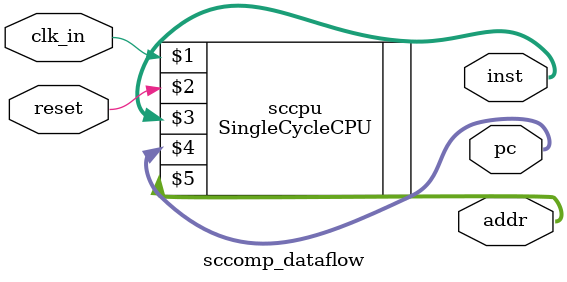
<source format=v>
`timescale 1ns / 1ps


module sccomp_dataflow(
input clk_in,
input reset,
output [31:0]inst,
output [31:0]pc,
output [31:0]addr
    );
    SingleCycleCPU sccpu(clk_in,reset,inst,pc,addr);
endmodule

</source>
